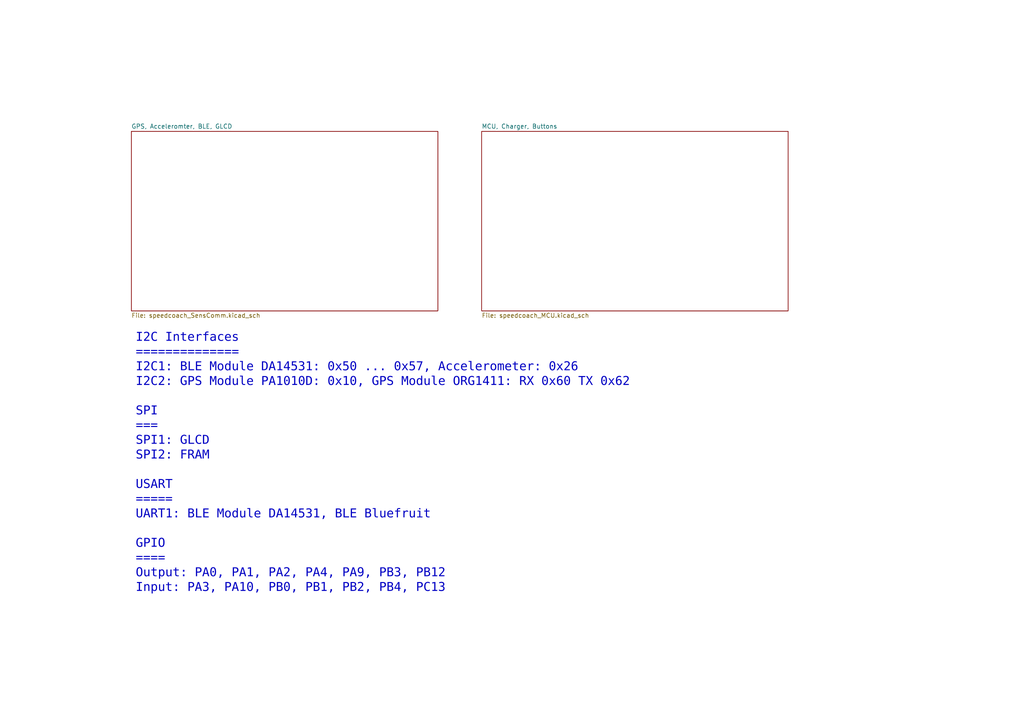
<source format=kicad_sch>
(kicad_sch (version 20220126) (generator eeschema)
  (paper "A4")
  (title_block (title "Speedcoach") (rev "v1") (company "Peter Horauer"))
  (lib_symbols)
  (text "I2C Interfaces\n==============\nI2C1: BLE Module DA14531: 0x50 ... 0x57, Accelerometer: 0x26\nI2C2: GPS Module PA1010D: 0x10, GPS Module ORG1411: RX 0x60 TX 0x62\n\nSPI\n===\nSPI1: GLCD\nSPI2: FRAM\n\nUSART\n=====\nUART1: BLE Module DA14531, BLE Bluefruit\n\nGPIO\n====\nOutput: PA0, PA1, PA2, PA4, PA9, PB3, PB12\nInput: PA3, PA10, PB0, PB1, PB2, PB4, PC13 " (at 39.37 172.72 0) (effects (font (size 2.54 2.54)) (justify left bottom)))
  (sheet (at 38.1 38.1) (size 88.9 52.07)
    (property "Sheetname" "GPS, Acceleromter, BLE, GLCD" (at 38.1 37.3884 0) (effects (justify left bottom)))
    (property "Sheetfile" "speedcoach_SensComm.kicad_sch" (at 38.1 90.7546 0) (effects (justify left top)))
  )
  (sheet (at 139.7 38.1) (size 88.9 52.07)
    (property "Sheetname" "MCU, Charger, Buttons" (at 139.7 37.3884 0) (effects (justify left bottom)))
    (property "Sheetfile" "speedcoach_MCU.kicad_sch" (at 139.7 90.7546 0) (effects (justify left top)))
  )
)
</source>
